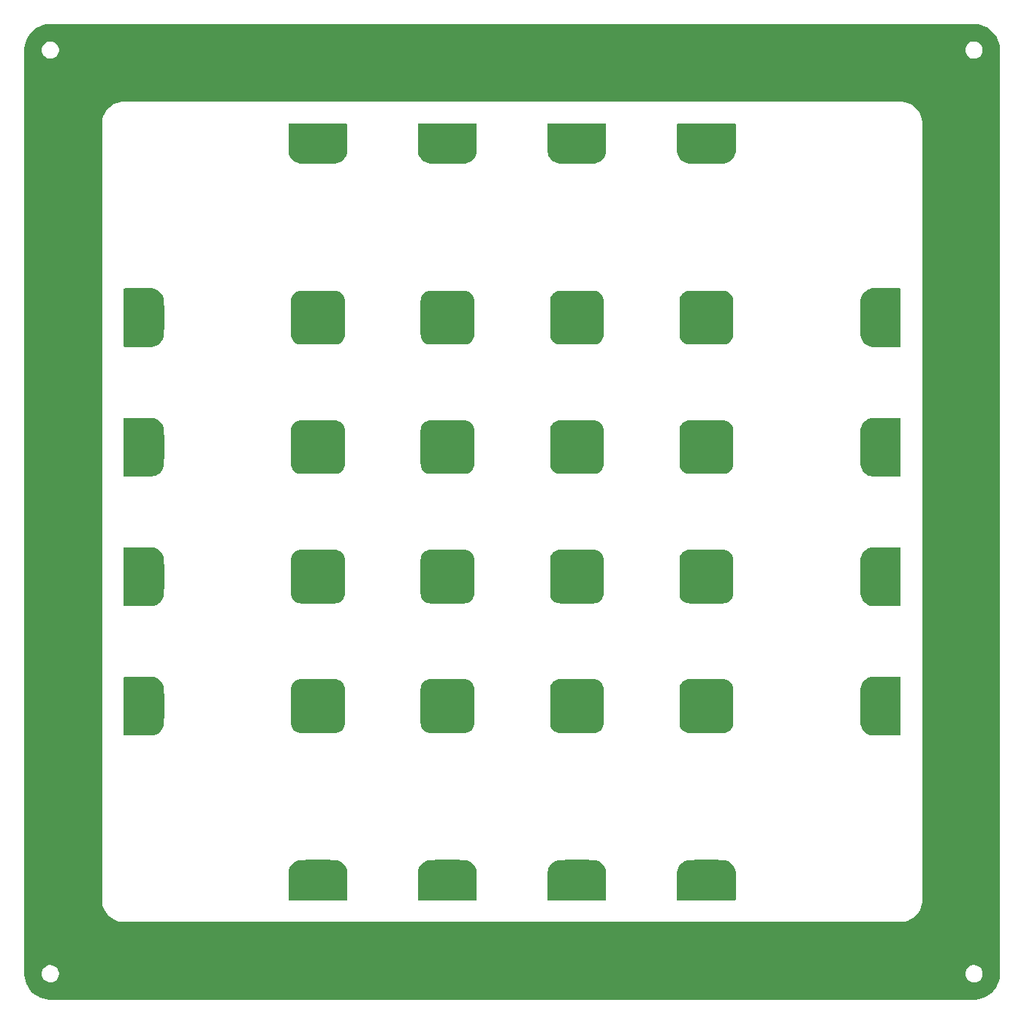
<source format=gbr>
G04 #@! TF.GenerationSoftware,KiCad,Pcbnew,8.0.5-unknown-202409071504~dab3a38815~ubuntu22.04.1*
G04 #@! TF.CreationDate,2024-09-09T10:58:03+01:00*
G04 #@! TF.ProjectId,LIS3DH_array,4c495333-4448-45f6-9172-7261792e6b69,rev?*
G04 #@! TF.SameCoordinates,Original*
G04 #@! TF.FileFunction,Other,ECO1*
%FSLAX46Y46*%
G04 Gerber Fmt 4.6, Leading zero omitted, Abs format (unit mm)*
G04 Created by KiCad (PCBNEW 8.0.5-unknown-202409071504~dab3a38815~ubuntu22.04.1) date 2024-09-09 10:58:03*
%MOMM*%
%LPD*%
G01*
G04 APERTURE LIST*
G04 APERTURE END LIST*
G36*
X132001510Y-76900037D02*
G01*
X132097407Y-76902388D01*
X132118559Y-76904734D01*
X132308104Y-76942436D01*
X132331366Y-76949492D01*
X132508509Y-77022868D01*
X132529946Y-77034327D01*
X132689364Y-77140846D01*
X132708155Y-77156267D01*
X132843732Y-77291844D01*
X132859153Y-77310635D01*
X132965672Y-77470053D01*
X132977131Y-77491490D01*
X133050507Y-77668633D01*
X133057563Y-77691895D01*
X133095265Y-77881440D01*
X133097611Y-77902592D01*
X133099963Y-77998530D01*
X133100000Y-78001569D01*
X133100000Y-81998423D01*
X133099963Y-82001462D01*
X133097611Y-82097407D01*
X133095265Y-82118559D01*
X133057563Y-82308104D01*
X133050507Y-82331366D01*
X132977131Y-82508509D01*
X132965672Y-82529946D01*
X132859153Y-82689364D01*
X132843732Y-82708155D01*
X132708155Y-82843732D01*
X132689364Y-82859153D01*
X132529946Y-82965672D01*
X132508509Y-82977131D01*
X132331366Y-83050507D01*
X132308104Y-83057563D01*
X132118559Y-83095265D01*
X132097407Y-83097611D01*
X132001511Y-83099962D01*
X131998472Y-83099999D01*
X128001528Y-83099999D01*
X127998489Y-83099962D01*
X127902592Y-83097611D01*
X127881440Y-83095265D01*
X127691895Y-83057563D01*
X127668633Y-83050507D01*
X127491490Y-82977131D01*
X127470053Y-82965672D01*
X127310635Y-82859153D01*
X127291844Y-82843732D01*
X127156267Y-82708155D01*
X127140846Y-82689364D01*
X127034327Y-82529946D01*
X127022868Y-82508509D01*
X126949492Y-82331366D01*
X126942436Y-82308104D01*
X126904734Y-82118559D01*
X126902388Y-82097406D01*
X126900037Y-82001469D01*
X126900000Y-81998431D01*
X126900000Y-78001528D01*
X126900037Y-77998490D01*
X126902387Y-77902593D01*
X126904732Y-77881440D01*
X126942434Y-77691894D01*
X126949491Y-77668632D01*
X127022866Y-77491491D01*
X127034325Y-77470053D01*
X127140847Y-77310632D01*
X127156268Y-77291842D01*
X127291842Y-77156268D01*
X127310632Y-77140847D01*
X127470053Y-77034325D01*
X127491491Y-77022866D01*
X127668632Y-76949491D01*
X127691894Y-76942434D01*
X127881440Y-76904732D01*
X127902593Y-76902387D01*
X127998490Y-76900037D01*
X128001528Y-76900000D01*
X131998471Y-76900000D01*
X132001510Y-76900037D01*
G37*
G36*
X117001510Y-121900038D02*
G01*
X117097406Y-121902388D01*
X117118559Y-121904734D01*
X117308104Y-121942436D01*
X117331366Y-121949492D01*
X117508509Y-122022868D01*
X117529946Y-122034327D01*
X117689364Y-122140846D01*
X117708155Y-122156267D01*
X117843732Y-122291844D01*
X117859153Y-122310635D01*
X117965672Y-122470053D01*
X117977131Y-122491490D01*
X118050507Y-122668633D01*
X118057564Y-122691895D01*
X118095266Y-122881441D01*
X118097611Y-122902592D01*
X118099963Y-122998489D01*
X118100000Y-123001529D01*
X118100000Y-126998471D01*
X118099963Y-127001510D01*
X118097612Y-127097407D01*
X118095267Y-127118559D01*
X118057565Y-127308105D01*
X118050508Y-127331367D01*
X117977133Y-127508508D01*
X117965674Y-127529946D01*
X117859152Y-127689367D01*
X117843731Y-127708157D01*
X117708157Y-127843731D01*
X117689367Y-127859152D01*
X117529946Y-127965674D01*
X117508508Y-127977133D01*
X117331367Y-128050508D01*
X117308105Y-128057565D01*
X117118559Y-128095267D01*
X117097407Y-128097612D01*
X117001511Y-128099963D01*
X116998472Y-128100000D01*
X113350001Y-128100000D01*
X113001528Y-128099999D01*
X112998489Y-128099962D01*
X112902592Y-128097611D01*
X112881440Y-128095265D01*
X112691895Y-128057563D01*
X112668633Y-128050507D01*
X112491490Y-127977131D01*
X112470053Y-127965672D01*
X112310635Y-127859153D01*
X112291844Y-127843732D01*
X112156267Y-127708155D01*
X112140846Y-127689364D01*
X112034327Y-127529946D01*
X112022868Y-127508509D01*
X111949492Y-127331366D01*
X111942436Y-127308104D01*
X111904734Y-127118559D01*
X111902388Y-127097406D01*
X111900037Y-127001468D01*
X111900000Y-126998430D01*
X111900000Y-123001547D01*
X111900037Y-122998509D01*
X111902388Y-122902594D01*
X111904733Y-122881441D01*
X111942435Y-122691895D01*
X111949492Y-122668633D01*
X112022868Y-122491490D01*
X112034327Y-122470053D01*
X112140846Y-122310635D01*
X112156267Y-122291844D01*
X112291844Y-122156267D01*
X112310635Y-122140846D01*
X112470053Y-122034327D01*
X112491490Y-122022868D01*
X112668633Y-121949492D01*
X112691895Y-121942436D01*
X112881440Y-121904734D01*
X112902593Y-121902388D01*
X112998490Y-121900038D01*
X113001528Y-121900001D01*
X116998472Y-121900001D01*
X117001510Y-121900038D01*
G37*
G36*
X102001510Y-76900037D02*
G01*
X102097407Y-76902388D01*
X102118559Y-76904734D01*
X102308104Y-76942436D01*
X102331366Y-76949492D01*
X102508509Y-77022868D01*
X102529946Y-77034327D01*
X102689364Y-77140846D01*
X102708155Y-77156267D01*
X102843732Y-77291844D01*
X102859153Y-77310635D01*
X102965672Y-77470053D01*
X102977131Y-77491490D01*
X103050507Y-77668633D01*
X103057563Y-77691895D01*
X103095265Y-77881440D01*
X103097611Y-77902592D01*
X103099963Y-77998530D01*
X103100000Y-78001569D01*
X103100000Y-81998423D01*
X103099963Y-82001462D01*
X103097611Y-82097407D01*
X103095265Y-82118559D01*
X103057563Y-82308104D01*
X103050507Y-82331366D01*
X102977131Y-82508509D01*
X102965672Y-82529946D01*
X102859153Y-82689364D01*
X102843732Y-82708155D01*
X102708155Y-82843732D01*
X102689364Y-82859153D01*
X102529946Y-82965672D01*
X102508509Y-82977131D01*
X102331366Y-83050507D01*
X102308104Y-83057563D01*
X102118559Y-83095265D01*
X102097407Y-83097611D01*
X102001511Y-83099962D01*
X101998472Y-83099999D01*
X98001528Y-83099999D01*
X97998489Y-83099962D01*
X97902592Y-83097611D01*
X97881440Y-83095265D01*
X97691895Y-83057563D01*
X97668633Y-83050507D01*
X97491490Y-82977131D01*
X97470053Y-82965672D01*
X97310635Y-82859153D01*
X97291844Y-82843732D01*
X97156267Y-82708155D01*
X97140846Y-82689364D01*
X97034327Y-82529946D01*
X97022868Y-82508509D01*
X96949492Y-82331366D01*
X96942436Y-82308104D01*
X96904734Y-82118559D01*
X96902388Y-82097406D01*
X96900037Y-82001469D01*
X96900000Y-81998431D01*
X96900000Y-78001528D01*
X96900037Y-77998490D01*
X96902387Y-77902593D01*
X96904732Y-77881440D01*
X96942434Y-77691894D01*
X96949491Y-77668632D01*
X97022866Y-77491491D01*
X97034325Y-77470053D01*
X97140847Y-77310632D01*
X97156268Y-77291842D01*
X97291842Y-77156268D01*
X97310632Y-77140847D01*
X97470053Y-77034325D01*
X97491491Y-77022866D01*
X97668632Y-76949491D01*
X97691894Y-76942434D01*
X97881440Y-76904732D01*
X97902593Y-76902387D01*
X97998490Y-76900037D01*
X98001528Y-76900000D01*
X101998471Y-76900000D01*
X102001510Y-76900037D01*
G37*
G36*
X132001510Y-91900037D02*
G01*
X132097407Y-91902388D01*
X132118559Y-91904734D01*
X132308104Y-91942436D01*
X132331366Y-91949492D01*
X132508509Y-92022868D01*
X132529946Y-92034327D01*
X132689364Y-92140846D01*
X132708155Y-92156267D01*
X132843732Y-92291844D01*
X132859153Y-92310635D01*
X132965672Y-92470053D01*
X132977131Y-92491490D01*
X133050507Y-92668633D01*
X133057563Y-92691895D01*
X133095265Y-92881440D01*
X133097611Y-92902592D01*
X133099963Y-92998530D01*
X133100000Y-93001569D01*
X133100000Y-96998423D01*
X133099963Y-97001462D01*
X133097611Y-97097407D01*
X133095265Y-97118559D01*
X133057563Y-97308104D01*
X133050507Y-97331366D01*
X132977131Y-97508509D01*
X132965672Y-97529946D01*
X132859153Y-97689364D01*
X132843732Y-97708155D01*
X132708155Y-97843732D01*
X132689364Y-97859153D01*
X132529946Y-97965672D01*
X132508509Y-97977131D01*
X132331366Y-98050507D01*
X132308104Y-98057563D01*
X132118559Y-98095265D01*
X132097407Y-98097611D01*
X132001511Y-98099962D01*
X131998472Y-98099999D01*
X128001528Y-98099999D01*
X127998489Y-98099962D01*
X127902592Y-98097611D01*
X127881440Y-98095265D01*
X127691895Y-98057563D01*
X127668633Y-98050507D01*
X127491490Y-97977131D01*
X127470053Y-97965672D01*
X127310635Y-97859153D01*
X127291844Y-97843732D01*
X127156267Y-97708155D01*
X127140846Y-97689364D01*
X127034327Y-97529946D01*
X127022868Y-97508509D01*
X126949492Y-97331366D01*
X126942436Y-97308104D01*
X126904734Y-97118559D01*
X126902388Y-97097406D01*
X126900037Y-97001469D01*
X126900000Y-96998431D01*
X126900000Y-93001528D01*
X126900037Y-92998490D01*
X126902387Y-92902593D01*
X126904732Y-92881440D01*
X126942434Y-92691894D01*
X126949491Y-92668632D01*
X127022866Y-92491491D01*
X127034325Y-92470053D01*
X127140847Y-92310632D01*
X127156268Y-92291842D01*
X127291842Y-92156268D01*
X127310632Y-92140847D01*
X127470053Y-92034325D01*
X127491491Y-92022866D01*
X127668632Y-91949491D01*
X127691894Y-91942434D01*
X127881440Y-91904732D01*
X127902593Y-91902387D01*
X127998490Y-91900037D01*
X128001528Y-91900000D01*
X131998471Y-91900000D01*
X132001510Y-91900037D01*
G37*
G36*
X102001462Y-106900037D02*
G01*
X102097406Y-106902388D01*
X102118559Y-106904734D01*
X102308104Y-106942436D01*
X102331366Y-106949492D01*
X102508509Y-107022868D01*
X102529946Y-107034327D01*
X102689364Y-107140846D01*
X102708155Y-107156267D01*
X102843732Y-107291844D01*
X102859153Y-107310635D01*
X102965672Y-107470053D01*
X102977131Y-107491490D01*
X103050507Y-107668633D01*
X103057563Y-107691895D01*
X103095265Y-107881440D01*
X103097611Y-107902592D01*
X103099962Y-107998489D01*
X103099999Y-108001528D01*
X103099999Y-111998471D01*
X103099962Y-112001510D01*
X103097611Y-112097407D01*
X103095265Y-112118559D01*
X103057563Y-112308104D01*
X103050507Y-112331366D01*
X102977131Y-112508509D01*
X102965672Y-112529946D01*
X102859153Y-112689364D01*
X102843732Y-112708155D01*
X102708155Y-112843732D01*
X102689364Y-112859153D01*
X102529946Y-112965672D01*
X102508509Y-112977131D01*
X102331366Y-113050507D01*
X102308104Y-113057564D01*
X102118558Y-113095266D01*
X102097407Y-113097611D01*
X102001510Y-113099963D01*
X101998470Y-113100000D01*
X98001528Y-113100000D01*
X97998489Y-113099963D01*
X97902592Y-113097612D01*
X97881440Y-113095267D01*
X97691894Y-113057565D01*
X97668632Y-113050508D01*
X97491491Y-112977133D01*
X97470053Y-112965674D01*
X97310632Y-112859152D01*
X97291842Y-112843731D01*
X97156268Y-112708157D01*
X97140847Y-112689367D01*
X97034325Y-112529946D01*
X97022866Y-112508508D01*
X96949491Y-112331367D01*
X96942434Y-112308105D01*
X96904732Y-112118559D01*
X96902387Y-112097406D01*
X96900037Y-112001509D01*
X96900000Y-111998471D01*
X96900000Y-108001528D01*
X96900037Y-107998489D01*
X96902388Y-107902592D01*
X96904734Y-107881440D01*
X96942436Y-107691895D01*
X96949492Y-107668633D01*
X97022868Y-107491490D01*
X97034327Y-107470053D01*
X97140846Y-107310635D01*
X97156267Y-107291844D01*
X97291844Y-107156267D01*
X97310635Y-107140846D01*
X97470053Y-107034327D01*
X97491490Y-107022868D01*
X97668633Y-106949492D01*
X97691895Y-106942436D01*
X97881440Y-106904734D01*
X97902593Y-106902388D01*
X97998531Y-106900037D01*
X98001569Y-106900000D01*
X101998424Y-106900000D01*
X102001462Y-106900037D01*
G37*
G36*
X147001510Y-121900038D02*
G01*
X147097406Y-121902388D01*
X147118559Y-121904734D01*
X147308104Y-121942436D01*
X147331366Y-121949492D01*
X147508509Y-122022868D01*
X147529946Y-122034327D01*
X147689364Y-122140846D01*
X147708155Y-122156267D01*
X147843732Y-122291844D01*
X147859153Y-122310635D01*
X147965672Y-122470053D01*
X147977131Y-122491490D01*
X148050507Y-122668633D01*
X148057564Y-122691895D01*
X148095266Y-122881441D01*
X148097611Y-122902592D01*
X148099963Y-122998489D01*
X148100000Y-123001529D01*
X148100000Y-126998471D01*
X148099963Y-127001510D01*
X148097612Y-127097407D01*
X148095267Y-127118559D01*
X148057565Y-127308105D01*
X148050508Y-127331367D01*
X147977133Y-127508508D01*
X147965674Y-127529946D01*
X147859152Y-127689367D01*
X147843731Y-127708157D01*
X147708157Y-127843731D01*
X147689367Y-127859152D01*
X147529946Y-127965674D01*
X147508508Y-127977133D01*
X147331367Y-128050508D01*
X147308105Y-128057565D01*
X147118559Y-128095267D01*
X147097407Y-128097612D01*
X147001511Y-128099963D01*
X146998472Y-128100000D01*
X143350001Y-128100000D01*
X143001528Y-128099999D01*
X142998489Y-128099962D01*
X142902592Y-128097611D01*
X142881440Y-128095265D01*
X142691895Y-128057563D01*
X142668633Y-128050507D01*
X142491490Y-127977131D01*
X142470053Y-127965672D01*
X142310635Y-127859153D01*
X142291844Y-127843732D01*
X142156267Y-127708155D01*
X142140846Y-127689364D01*
X142034327Y-127529946D01*
X142022868Y-127508509D01*
X141949492Y-127331366D01*
X141942436Y-127308104D01*
X141904734Y-127118559D01*
X141902388Y-127097406D01*
X141900037Y-127001468D01*
X141900000Y-126998430D01*
X141900000Y-123001547D01*
X141900037Y-122998509D01*
X141902388Y-122902594D01*
X141904733Y-122881441D01*
X141942435Y-122691895D01*
X141949492Y-122668633D01*
X142022868Y-122491490D01*
X142034327Y-122470053D01*
X142140846Y-122310635D01*
X142156267Y-122291844D01*
X142291844Y-122156267D01*
X142310635Y-122140846D01*
X142470053Y-122034327D01*
X142491490Y-122022868D01*
X142668633Y-121949492D01*
X142691895Y-121942436D01*
X142881440Y-121904734D01*
X142902593Y-121902388D01*
X142998490Y-121900038D01*
X143001528Y-121900001D01*
X146998472Y-121900001D01*
X147001510Y-121900038D01*
G37*
G36*
X117001462Y-91900037D02*
G01*
X117097406Y-91902388D01*
X117118559Y-91904734D01*
X117308104Y-91942436D01*
X117331366Y-91949492D01*
X117508509Y-92022868D01*
X117529946Y-92034327D01*
X117689364Y-92140846D01*
X117708155Y-92156267D01*
X117843732Y-92291844D01*
X117859153Y-92310635D01*
X117965672Y-92470053D01*
X117977131Y-92491490D01*
X118050507Y-92668633D01*
X118057563Y-92691895D01*
X118095265Y-92881440D01*
X118097611Y-92902592D01*
X118099962Y-92998489D01*
X118099999Y-93001528D01*
X118099999Y-96998471D01*
X118099962Y-97001510D01*
X118097611Y-97097407D01*
X118095265Y-97118559D01*
X118057563Y-97308104D01*
X118050507Y-97331366D01*
X117977131Y-97508509D01*
X117965672Y-97529946D01*
X117859153Y-97689364D01*
X117843732Y-97708155D01*
X117708155Y-97843732D01*
X117689364Y-97859153D01*
X117529946Y-97965672D01*
X117508509Y-97977131D01*
X117331366Y-98050507D01*
X117308104Y-98057564D01*
X117118558Y-98095266D01*
X117097407Y-98097611D01*
X117001510Y-98099963D01*
X116998470Y-98100000D01*
X113001528Y-98100000D01*
X112998489Y-98099963D01*
X112902592Y-98097612D01*
X112881440Y-98095267D01*
X112691894Y-98057565D01*
X112668632Y-98050508D01*
X112491491Y-97977133D01*
X112470053Y-97965674D01*
X112310632Y-97859152D01*
X112291842Y-97843731D01*
X112156268Y-97708157D01*
X112140847Y-97689367D01*
X112034325Y-97529946D01*
X112022866Y-97508508D01*
X111949491Y-97331367D01*
X111942434Y-97308105D01*
X111904732Y-97118559D01*
X111902387Y-97097406D01*
X111900037Y-97001509D01*
X111900000Y-96998471D01*
X111900000Y-93001528D01*
X111900037Y-92998489D01*
X111902388Y-92902592D01*
X111904734Y-92881440D01*
X111942436Y-92691895D01*
X111949492Y-92668633D01*
X112022868Y-92491490D01*
X112034327Y-92470053D01*
X112140846Y-92310635D01*
X112156267Y-92291844D01*
X112291844Y-92156267D01*
X112310635Y-92140846D01*
X112470053Y-92034327D01*
X112491490Y-92022868D01*
X112668633Y-91949492D01*
X112691895Y-91942436D01*
X112881440Y-91904734D01*
X112902593Y-91902388D01*
X112998531Y-91900037D01*
X113001569Y-91900000D01*
X116998424Y-91900000D01*
X117001462Y-91900037D01*
G37*
G36*
X117001510Y-106900038D02*
G01*
X117097406Y-106902388D01*
X117118559Y-106904734D01*
X117308104Y-106942436D01*
X117331366Y-106949492D01*
X117508509Y-107022868D01*
X117529946Y-107034327D01*
X117689364Y-107140846D01*
X117708155Y-107156267D01*
X117843732Y-107291844D01*
X117859153Y-107310635D01*
X117965672Y-107470053D01*
X117977131Y-107491490D01*
X118050507Y-107668633D01*
X118057564Y-107691895D01*
X118095266Y-107881441D01*
X118097611Y-107902592D01*
X118099963Y-107998489D01*
X118100000Y-108001529D01*
X118100000Y-111998471D01*
X118099963Y-112001510D01*
X118097612Y-112097407D01*
X118095267Y-112118559D01*
X118057565Y-112308105D01*
X118050508Y-112331367D01*
X117977133Y-112508508D01*
X117965674Y-112529946D01*
X117859152Y-112689367D01*
X117843731Y-112708157D01*
X117708157Y-112843731D01*
X117689367Y-112859152D01*
X117529946Y-112965674D01*
X117508508Y-112977133D01*
X117331367Y-113050508D01*
X117308105Y-113057565D01*
X117118559Y-113095267D01*
X117097407Y-113097612D01*
X117001511Y-113099963D01*
X116998472Y-113100000D01*
X113350001Y-113100000D01*
X113001528Y-113099999D01*
X112998489Y-113099962D01*
X112902592Y-113097611D01*
X112881440Y-113095265D01*
X112691895Y-113057563D01*
X112668633Y-113050507D01*
X112491490Y-112977131D01*
X112470053Y-112965672D01*
X112310635Y-112859153D01*
X112291844Y-112843732D01*
X112156267Y-112708155D01*
X112140846Y-112689364D01*
X112034327Y-112529946D01*
X112022868Y-112508509D01*
X111949492Y-112331366D01*
X111942436Y-112308104D01*
X111904734Y-112118559D01*
X111902388Y-112097406D01*
X111900037Y-112001468D01*
X111900000Y-111998430D01*
X111900000Y-108001547D01*
X111900037Y-107998509D01*
X111902388Y-107902594D01*
X111904733Y-107881441D01*
X111942435Y-107691895D01*
X111949492Y-107668633D01*
X112022868Y-107491490D01*
X112034327Y-107470053D01*
X112140846Y-107310635D01*
X112156267Y-107291844D01*
X112291844Y-107156267D01*
X112310635Y-107140846D01*
X112470053Y-107034327D01*
X112491490Y-107022868D01*
X112668633Y-106949492D01*
X112691895Y-106942436D01*
X112881440Y-106904734D01*
X112902593Y-106902388D01*
X112998490Y-106900038D01*
X113001528Y-106900001D01*
X116998472Y-106900001D01*
X117001510Y-106900038D01*
G37*
G36*
X147001510Y-106900037D02*
G01*
X147097406Y-106902387D01*
X147118559Y-106904732D01*
X147308105Y-106942434D01*
X147331367Y-106949491D01*
X147508508Y-107022866D01*
X147529946Y-107034325D01*
X147689367Y-107140847D01*
X147708157Y-107156268D01*
X147843731Y-107291842D01*
X147859152Y-107310632D01*
X147965674Y-107470053D01*
X147977133Y-107491491D01*
X148050508Y-107668632D01*
X148057565Y-107691894D01*
X148095267Y-107881440D01*
X148097612Y-107902592D01*
X148099963Y-107998489D01*
X148100000Y-108001528D01*
X148100000Y-111649999D01*
X148099999Y-111998471D01*
X148099962Y-112001510D01*
X148097611Y-112097407D01*
X148095265Y-112118559D01*
X148057563Y-112308104D01*
X148050507Y-112331366D01*
X147977131Y-112508509D01*
X147965672Y-112529946D01*
X147859153Y-112689364D01*
X147843732Y-112708155D01*
X147708155Y-112843732D01*
X147689364Y-112859153D01*
X147529946Y-112965672D01*
X147508509Y-112977131D01*
X147331366Y-113050507D01*
X147308104Y-113057563D01*
X147118559Y-113095265D01*
X147097407Y-113097611D01*
X147001470Y-113099963D01*
X146998431Y-113100000D01*
X143001576Y-113100000D01*
X142998537Y-113099963D01*
X142902592Y-113097611D01*
X142881440Y-113095265D01*
X142691895Y-113057563D01*
X142668633Y-113050507D01*
X142491490Y-112977131D01*
X142470053Y-112965672D01*
X142310635Y-112859153D01*
X142291844Y-112843732D01*
X142156267Y-112708155D01*
X142140846Y-112689364D01*
X142034327Y-112529946D01*
X142022868Y-112508509D01*
X141949492Y-112331366D01*
X141942436Y-112308104D01*
X141904734Y-112118559D01*
X141902388Y-112097406D01*
X141900038Y-112001509D01*
X141900001Y-111998471D01*
X141900001Y-108001528D01*
X141900038Y-107998490D01*
X141902388Y-107902593D01*
X141904734Y-107881440D01*
X141942436Y-107691895D01*
X141949492Y-107668633D01*
X142022868Y-107491490D01*
X142034327Y-107470053D01*
X142140846Y-107310635D01*
X142156267Y-107291844D01*
X142291844Y-107156267D01*
X142310635Y-107140846D01*
X142470053Y-107034327D01*
X142491490Y-107022868D01*
X142668633Y-106949492D01*
X142691895Y-106942435D01*
X142881441Y-106904733D01*
X142902593Y-106902388D01*
X142998491Y-106900037D01*
X143001530Y-106900000D01*
X146998472Y-106900000D01*
X147001510Y-106900037D01*
G37*
G36*
X117001510Y-76900037D02*
G01*
X117097407Y-76902388D01*
X117118559Y-76904734D01*
X117308104Y-76942436D01*
X117331366Y-76949492D01*
X117508509Y-77022868D01*
X117529946Y-77034327D01*
X117689364Y-77140846D01*
X117708155Y-77156267D01*
X117843732Y-77291844D01*
X117859153Y-77310635D01*
X117965672Y-77470053D01*
X117977131Y-77491490D01*
X118050507Y-77668633D01*
X118057563Y-77691895D01*
X118095265Y-77881440D01*
X118097611Y-77902592D01*
X118099963Y-77998530D01*
X118100000Y-78001569D01*
X118100000Y-81998423D01*
X118099963Y-82001462D01*
X118097611Y-82097407D01*
X118095265Y-82118559D01*
X118057563Y-82308104D01*
X118050507Y-82331366D01*
X117977131Y-82508509D01*
X117965672Y-82529946D01*
X117859153Y-82689364D01*
X117843732Y-82708155D01*
X117708155Y-82843732D01*
X117689364Y-82859153D01*
X117529946Y-82965672D01*
X117508509Y-82977131D01*
X117331366Y-83050507D01*
X117308104Y-83057563D01*
X117118559Y-83095265D01*
X117097407Y-83097611D01*
X117001511Y-83099962D01*
X116998472Y-83099999D01*
X113001528Y-83099999D01*
X112998489Y-83099962D01*
X112902592Y-83097611D01*
X112881440Y-83095265D01*
X112691895Y-83057563D01*
X112668633Y-83050507D01*
X112491490Y-82977131D01*
X112470053Y-82965672D01*
X112310635Y-82859153D01*
X112291844Y-82843732D01*
X112156267Y-82708155D01*
X112140846Y-82689364D01*
X112034327Y-82529946D01*
X112022868Y-82508509D01*
X111949492Y-82331366D01*
X111942436Y-82308104D01*
X111904734Y-82118559D01*
X111902388Y-82097406D01*
X111900037Y-82001469D01*
X111900000Y-81998431D01*
X111900000Y-78001528D01*
X111900037Y-77998490D01*
X111902387Y-77902593D01*
X111904732Y-77881440D01*
X111942434Y-77691894D01*
X111949491Y-77668632D01*
X112022866Y-77491491D01*
X112034325Y-77470053D01*
X112140847Y-77310632D01*
X112156268Y-77291842D01*
X112291842Y-77156268D01*
X112310632Y-77140847D01*
X112470053Y-77034325D01*
X112491491Y-77022866D01*
X112668632Y-76949491D01*
X112691894Y-76942434D01*
X112881440Y-76904732D01*
X112902593Y-76902387D01*
X112998490Y-76900037D01*
X113001528Y-76900000D01*
X116998471Y-76900000D01*
X117001510Y-76900037D01*
G37*
G36*
X102001462Y-121900037D02*
G01*
X102097406Y-121902388D01*
X102118559Y-121904734D01*
X102308104Y-121942436D01*
X102331366Y-121949492D01*
X102508509Y-122022868D01*
X102529946Y-122034327D01*
X102689364Y-122140846D01*
X102708155Y-122156267D01*
X102843732Y-122291844D01*
X102859153Y-122310635D01*
X102965672Y-122470053D01*
X102977131Y-122491490D01*
X103050507Y-122668633D01*
X103057563Y-122691895D01*
X103095265Y-122881440D01*
X103097611Y-122902592D01*
X103099962Y-122998489D01*
X103099999Y-123001528D01*
X103099999Y-126998471D01*
X103099962Y-127001510D01*
X103097611Y-127097407D01*
X103095265Y-127118559D01*
X103057563Y-127308104D01*
X103050507Y-127331366D01*
X102977131Y-127508509D01*
X102965672Y-127529946D01*
X102859153Y-127689364D01*
X102843732Y-127708155D01*
X102708155Y-127843732D01*
X102689364Y-127859153D01*
X102529946Y-127965672D01*
X102508509Y-127977131D01*
X102331366Y-128050507D01*
X102308104Y-128057564D01*
X102118558Y-128095266D01*
X102097407Y-128097611D01*
X102001510Y-128099963D01*
X101998470Y-128100000D01*
X98001528Y-128100000D01*
X97998489Y-128099963D01*
X97902592Y-128097612D01*
X97881440Y-128095267D01*
X97691894Y-128057565D01*
X97668632Y-128050508D01*
X97491491Y-127977133D01*
X97470053Y-127965674D01*
X97310632Y-127859152D01*
X97291842Y-127843731D01*
X97156268Y-127708157D01*
X97140847Y-127689367D01*
X97034325Y-127529946D01*
X97022866Y-127508508D01*
X96949491Y-127331367D01*
X96942434Y-127308105D01*
X96904732Y-127118559D01*
X96902387Y-127097406D01*
X96900037Y-127001509D01*
X96900000Y-126998471D01*
X96900000Y-123001528D01*
X96900037Y-122998489D01*
X96902388Y-122902592D01*
X96904734Y-122881440D01*
X96942436Y-122691895D01*
X96949492Y-122668633D01*
X97022868Y-122491490D01*
X97034327Y-122470053D01*
X97140846Y-122310635D01*
X97156267Y-122291844D01*
X97291844Y-122156267D01*
X97310635Y-122140846D01*
X97470053Y-122034327D01*
X97491490Y-122022868D01*
X97668633Y-121949492D01*
X97691895Y-121942436D01*
X97881440Y-121904734D01*
X97902593Y-121902388D01*
X97998531Y-121900037D01*
X98001569Y-121900000D01*
X101998424Y-121900000D01*
X102001462Y-121900037D01*
G37*
G36*
X132001510Y-121900038D02*
G01*
X132097406Y-121902388D01*
X132118559Y-121904734D01*
X132308104Y-121942436D01*
X132331366Y-121949492D01*
X132508509Y-122022868D01*
X132529946Y-122034327D01*
X132689364Y-122140846D01*
X132708155Y-122156267D01*
X132843732Y-122291844D01*
X132859153Y-122310635D01*
X132965672Y-122470053D01*
X132977131Y-122491490D01*
X133050507Y-122668633D01*
X133057564Y-122691895D01*
X133095266Y-122881441D01*
X133097611Y-122902592D01*
X133099963Y-122998489D01*
X133100000Y-123001529D01*
X133100000Y-126998471D01*
X133099963Y-127001510D01*
X133097612Y-127097407D01*
X133095267Y-127118559D01*
X133057565Y-127308105D01*
X133050508Y-127331367D01*
X132977133Y-127508508D01*
X132965674Y-127529946D01*
X132859152Y-127689367D01*
X132843731Y-127708157D01*
X132708157Y-127843731D01*
X132689367Y-127859152D01*
X132529946Y-127965674D01*
X132508508Y-127977133D01*
X132331367Y-128050508D01*
X132308105Y-128057565D01*
X132118559Y-128095267D01*
X132097407Y-128097612D01*
X132001511Y-128099963D01*
X131998472Y-128100000D01*
X128350001Y-128100000D01*
X128001528Y-128099999D01*
X127998489Y-128099962D01*
X127902592Y-128097611D01*
X127881440Y-128095265D01*
X127691895Y-128057563D01*
X127668633Y-128050507D01*
X127491490Y-127977131D01*
X127470053Y-127965672D01*
X127310635Y-127859153D01*
X127291844Y-127843732D01*
X127156267Y-127708155D01*
X127140846Y-127689364D01*
X127034327Y-127529946D01*
X127022868Y-127508509D01*
X126949492Y-127331366D01*
X126942436Y-127308104D01*
X126904734Y-127118559D01*
X126902388Y-127097406D01*
X126900037Y-127001468D01*
X126900000Y-126998430D01*
X126900000Y-123001547D01*
X126900037Y-122998509D01*
X126902388Y-122902594D01*
X126904733Y-122881441D01*
X126942435Y-122691895D01*
X126949492Y-122668633D01*
X127022868Y-122491490D01*
X127034327Y-122470053D01*
X127140846Y-122310635D01*
X127156267Y-122291844D01*
X127291844Y-122156267D01*
X127310635Y-122140846D01*
X127470053Y-122034327D01*
X127491490Y-122022868D01*
X127668633Y-121949492D01*
X127691895Y-121942436D01*
X127881440Y-121904734D01*
X127902593Y-121902388D01*
X127998490Y-121900038D01*
X128001528Y-121900001D01*
X131998472Y-121900001D01*
X132001510Y-121900038D01*
G37*
G36*
X102001462Y-91900037D02*
G01*
X102097406Y-91902388D01*
X102118559Y-91904734D01*
X102308104Y-91942436D01*
X102331366Y-91949492D01*
X102508509Y-92022868D01*
X102529946Y-92034327D01*
X102689364Y-92140846D01*
X102708155Y-92156267D01*
X102843732Y-92291844D01*
X102859153Y-92310635D01*
X102965672Y-92470053D01*
X102977131Y-92491490D01*
X103050507Y-92668633D01*
X103057563Y-92691895D01*
X103095265Y-92881440D01*
X103097611Y-92902592D01*
X103099962Y-92998489D01*
X103099999Y-93001528D01*
X103099999Y-96998471D01*
X103099962Y-97001510D01*
X103097611Y-97097407D01*
X103095265Y-97118559D01*
X103057563Y-97308104D01*
X103050507Y-97331366D01*
X102977131Y-97508509D01*
X102965672Y-97529946D01*
X102859153Y-97689364D01*
X102843732Y-97708155D01*
X102708155Y-97843732D01*
X102689364Y-97859153D01*
X102529946Y-97965672D01*
X102508509Y-97977131D01*
X102331366Y-98050507D01*
X102308104Y-98057564D01*
X102118558Y-98095266D01*
X102097407Y-98097611D01*
X102001510Y-98099963D01*
X101998470Y-98100000D01*
X98001528Y-98100000D01*
X97998489Y-98099963D01*
X97902592Y-98097612D01*
X97881440Y-98095267D01*
X97691894Y-98057565D01*
X97668632Y-98050508D01*
X97491491Y-97977133D01*
X97470053Y-97965674D01*
X97310632Y-97859152D01*
X97291842Y-97843731D01*
X97156268Y-97708157D01*
X97140847Y-97689367D01*
X97034325Y-97529946D01*
X97022866Y-97508508D01*
X96949491Y-97331367D01*
X96942434Y-97308105D01*
X96904732Y-97118559D01*
X96902387Y-97097406D01*
X96900037Y-97001509D01*
X96900000Y-96998471D01*
X96900000Y-93001528D01*
X96900037Y-92998489D01*
X96902388Y-92902592D01*
X96904734Y-92881440D01*
X96942436Y-92691895D01*
X96949492Y-92668633D01*
X97022868Y-92491490D01*
X97034327Y-92470053D01*
X97140846Y-92310635D01*
X97156267Y-92291844D01*
X97291844Y-92156267D01*
X97310635Y-92140846D01*
X97470053Y-92034327D01*
X97491490Y-92022868D01*
X97668633Y-91949492D01*
X97691895Y-91942436D01*
X97881440Y-91904734D01*
X97902593Y-91902388D01*
X97998531Y-91900037D01*
X98001569Y-91900000D01*
X101998424Y-91900000D01*
X102001462Y-91900037D01*
G37*
G36*
X147001510Y-76900037D02*
G01*
X147097406Y-76902387D01*
X147118559Y-76904732D01*
X147308105Y-76942434D01*
X147331367Y-76949491D01*
X147508508Y-77022866D01*
X147529946Y-77034325D01*
X147689367Y-77140847D01*
X147708157Y-77156268D01*
X147843731Y-77291842D01*
X147859152Y-77310632D01*
X147965674Y-77470053D01*
X147977133Y-77491491D01*
X148050508Y-77668632D01*
X148057565Y-77691894D01*
X148095267Y-77881440D01*
X148097612Y-77902592D01*
X148099963Y-77998489D01*
X148100000Y-78001528D01*
X148100000Y-81649999D01*
X148099999Y-81998471D01*
X148099962Y-82001510D01*
X148097611Y-82097407D01*
X148095265Y-82118559D01*
X148057563Y-82308104D01*
X148050507Y-82331366D01*
X147977131Y-82508509D01*
X147965672Y-82529946D01*
X147859153Y-82689364D01*
X147843732Y-82708155D01*
X147708155Y-82843732D01*
X147689364Y-82859153D01*
X147529946Y-82965672D01*
X147508509Y-82977131D01*
X147331366Y-83050507D01*
X147308104Y-83057563D01*
X147118559Y-83095265D01*
X147097407Y-83097611D01*
X147001470Y-83099963D01*
X146998431Y-83100000D01*
X143001576Y-83100000D01*
X142998537Y-83099963D01*
X142902592Y-83097611D01*
X142881440Y-83095265D01*
X142691895Y-83057563D01*
X142668633Y-83050507D01*
X142491490Y-82977131D01*
X142470053Y-82965672D01*
X142310635Y-82859153D01*
X142291844Y-82843732D01*
X142156267Y-82708155D01*
X142140846Y-82689364D01*
X142034327Y-82529946D01*
X142022868Y-82508509D01*
X141949492Y-82331366D01*
X141942436Y-82308104D01*
X141904734Y-82118559D01*
X141902388Y-82097406D01*
X141900038Y-82001509D01*
X141900001Y-81998471D01*
X141900001Y-78001528D01*
X141900038Y-77998490D01*
X141902388Y-77902593D01*
X141904734Y-77881440D01*
X141942436Y-77691895D01*
X141949492Y-77668633D01*
X142022868Y-77491490D01*
X142034327Y-77470053D01*
X142140846Y-77310635D01*
X142156267Y-77291844D01*
X142291844Y-77156267D01*
X142310635Y-77140846D01*
X142470053Y-77034327D01*
X142491490Y-77022868D01*
X142668633Y-76949492D01*
X142691895Y-76942435D01*
X142881441Y-76904733D01*
X142902593Y-76902388D01*
X142998491Y-76900037D01*
X143001530Y-76900000D01*
X146998472Y-76900000D01*
X147001510Y-76900037D01*
G37*
G36*
X147001510Y-91900037D02*
G01*
X147097406Y-91902387D01*
X147118559Y-91904732D01*
X147308105Y-91942434D01*
X147331367Y-91949491D01*
X147508508Y-92022866D01*
X147529946Y-92034325D01*
X147689367Y-92140847D01*
X147708157Y-92156268D01*
X147843731Y-92291842D01*
X147859152Y-92310632D01*
X147965674Y-92470053D01*
X147977133Y-92491491D01*
X148050508Y-92668632D01*
X148057565Y-92691894D01*
X148095267Y-92881440D01*
X148097612Y-92902592D01*
X148099963Y-92998489D01*
X148100000Y-93001528D01*
X148100000Y-96649999D01*
X148099999Y-96998471D01*
X148099962Y-97001510D01*
X148097611Y-97097407D01*
X148095265Y-97118559D01*
X148057563Y-97308104D01*
X148050507Y-97331366D01*
X147977131Y-97508509D01*
X147965672Y-97529946D01*
X147859153Y-97689364D01*
X147843732Y-97708155D01*
X147708155Y-97843732D01*
X147689364Y-97859153D01*
X147529946Y-97965672D01*
X147508509Y-97977131D01*
X147331366Y-98050507D01*
X147308104Y-98057563D01*
X147118559Y-98095265D01*
X147097407Y-98097611D01*
X147001470Y-98099963D01*
X146998431Y-98100000D01*
X143001576Y-98100000D01*
X142998537Y-98099963D01*
X142902592Y-98097611D01*
X142881440Y-98095265D01*
X142691895Y-98057563D01*
X142668633Y-98050507D01*
X142491490Y-97977131D01*
X142470053Y-97965672D01*
X142310635Y-97859153D01*
X142291844Y-97843732D01*
X142156267Y-97708155D01*
X142140846Y-97689364D01*
X142034327Y-97529946D01*
X142022868Y-97508509D01*
X141949492Y-97331366D01*
X141942436Y-97308104D01*
X141904734Y-97118559D01*
X141902388Y-97097406D01*
X141900038Y-97001509D01*
X141900001Y-96998471D01*
X141900001Y-93001528D01*
X141900038Y-92998490D01*
X141902388Y-92902593D01*
X141904734Y-92881440D01*
X141942436Y-92691895D01*
X141949492Y-92668633D01*
X142022868Y-92491490D01*
X142034327Y-92470053D01*
X142140846Y-92310635D01*
X142156267Y-92291844D01*
X142291844Y-92156267D01*
X142310635Y-92140846D01*
X142470053Y-92034327D01*
X142491490Y-92022868D01*
X142668633Y-91949492D01*
X142691895Y-91942435D01*
X142881441Y-91904733D01*
X142902593Y-91902388D01*
X142998491Y-91900037D01*
X143001530Y-91900000D01*
X146998472Y-91900000D01*
X147001510Y-91900037D01*
G37*
G36*
X132001510Y-106900037D02*
G01*
X132097406Y-106902387D01*
X132118559Y-106904732D01*
X132308105Y-106942434D01*
X132331367Y-106949491D01*
X132508508Y-107022866D01*
X132529946Y-107034325D01*
X132689367Y-107140847D01*
X132708157Y-107156268D01*
X132843731Y-107291842D01*
X132859152Y-107310632D01*
X132965674Y-107470053D01*
X132977133Y-107491491D01*
X133050508Y-107668632D01*
X133057565Y-107691894D01*
X133095267Y-107881440D01*
X133097612Y-107902592D01*
X133099963Y-107998489D01*
X133100000Y-108001528D01*
X133100000Y-111649999D01*
X133099999Y-111998471D01*
X133099962Y-112001510D01*
X133097611Y-112097407D01*
X133095265Y-112118559D01*
X133057563Y-112308104D01*
X133050507Y-112331366D01*
X132977131Y-112508509D01*
X132965672Y-112529946D01*
X132859153Y-112689364D01*
X132843732Y-112708155D01*
X132708155Y-112843732D01*
X132689364Y-112859153D01*
X132529946Y-112965672D01*
X132508509Y-112977131D01*
X132331366Y-113050507D01*
X132308104Y-113057563D01*
X132118559Y-113095265D01*
X132097407Y-113097611D01*
X132001470Y-113099963D01*
X131998431Y-113100000D01*
X128001576Y-113100000D01*
X127998537Y-113099963D01*
X127902592Y-113097611D01*
X127881440Y-113095265D01*
X127691895Y-113057563D01*
X127668633Y-113050507D01*
X127491490Y-112977131D01*
X127470053Y-112965672D01*
X127310635Y-112859153D01*
X127291844Y-112843732D01*
X127156267Y-112708155D01*
X127140846Y-112689364D01*
X127034327Y-112529946D01*
X127022868Y-112508509D01*
X126949492Y-112331366D01*
X126942436Y-112308104D01*
X126904734Y-112118559D01*
X126902388Y-112097406D01*
X126900038Y-112001509D01*
X126900001Y-111998471D01*
X126900001Y-108001528D01*
X126900038Y-107998490D01*
X126902388Y-107902593D01*
X126904734Y-107881440D01*
X126942436Y-107691895D01*
X126949492Y-107668633D01*
X127022868Y-107491490D01*
X127034327Y-107470053D01*
X127140846Y-107310635D01*
X127156267Y-107291844D01*
X127291844Y-107156267D01*
X127310635Y-107140846D01*
X127470053Y-107034327D01*
X127491490Y-107022868D01*
X127668633Y-106949492D01*
X127691895Y-106942435D01*
X127881441Y-106904733D01*
X127902593Y-106902388D01*
X127998491Y-106900037D01*
X128001530Y-106900000D01*
X131998472Y-106900000D01*
X132001510Y-106900037D01*
G37*
G36*
X148343039Y-57519685D02*
G01*
X148388794Y-57572489D01*
X148400000Y-57624000D01*
X148400000Y-60648794D01*
X148399976Y-60651226D01*
X148397855Y-60759339D01*
X148396352Y-60776306D01*
X148362335Y-60991071D01*
X148357793Y-61009990D01*
X148290977Y-61215630D01*
X148283531Y-61233607D01*
X148185365Y-61426267D01*
X148175198Y-61442857D01*
X148048108Y-61617782D01*
X148035471Y-61632578D01*
X147882578Y-61785471D01*
X147867782Y-61798108D01*
X147692857Y-61925198D01*
X147676267Y-61935365D01*
X147483607Y-62033531D01*
X147465630Y-62040977D01*
X147259990Y-62107793D01*
X147241071Y-62112335D01*
X147026305Y-62146352D01*
X147009342Y-62147855D01*
X146901226Y-62149979D01*
X146898790Y-62150003D01*
X146650003Y-62150003D01*
X146541915Y-62152652D01*
X146541909Y-62152653D01*
X146323936Y-62196012D01*
X146323861Y-62195637D01*
X146294454Y-62200000D01*
X143705578Y-62200000D01*
X143676139Y-62195632D01*
X143676066Y-62196003D01*
X143458090Y-62152643D01*
X143349996Y-62149991D01*
X143101176Y-62149991D01*
X143098870Y-62149970D01*
X142990712Y-62147958D01*
X142973620Y-62146452D01*
X142758903Y-62112444D01*
X142739983Y-62107902D01*
X142534325Y-62041080D01*
X142516348Y-62033634D01*
X142323671Y-61935459D01*
X142307081Y-61925292D01*
X142132145Y-61798194D01*
X142117348Y-61785557D01*
X141964436Y-61632644D01*
X141951800Y-61617848D01*
X141824700Y-61442908D01*
X141814533Y-61426317D01*
X141716362Y-61233644D01*
X141708916Y-61215668D01*
X141642095Y-61010013D01*
X141637552Y-60991092D01*
X141603543Y-60776355D01*
X141602039Y-60759268D01*
X141600025Y-60651170D01*
X141600003Y-60648860D01*
X141600003Y-57624000D01*
X141619688Y-57556961D01*
X141672492Y-57511206D01*
X141724003Y-57500000D01*
X148276000Y-57500000D01*
X148343039Y-57519685D01*
G37*
G36*
X133343039Y-57519685D02*
G01*
X133388794Y-57572489D01*
X133400000Y-57624000D01*
X133400000Y-60648794D01*
X133399976Y-60651226D01*
X133397855Y-60759339D01*
X133396352Y-60776306D01*
X133362335Y-60991071D01*
X133357793Y-61009990D01*
X133290977Y-61215630D01*
X133283531Y-61233607D01*
X133185365Y-61426267D01*
X133175198Y-61442857D01*
X133048108Y-61617782D01*
X133035471Y-61632578D01*
X132882578Y-61785471D01*
X132867782Y-61798108D01*
X132692857Y-61925198D01*
X132676267Y-61935365D01*
X132483607Y-62033531D01*
X132465630Y-62040977D01*
X132259990Y-62107793D01*
X132241071Y-62112335D01*
X132026305Y-62146352D01*
X132009342Y-62147855D01*
X131901226Y-62149979D01*
X131898790Y-62150003D01*
X131650003Y-62150003D01*
X131541915Y-62152652D01*
X131541909Y-62152653D01*
X131323936Y-62196012D01*
X131323861Y-62195637D01*
X131294454Y-62200000D01*
X128705578Y-62200000D01*
X128676139Y-62195632D01*
X128676066Y-62196003D01*
X128458090Y-62152643D01*
X128349996Y-62149991D01*
X128101176Y-62149991D01*
X128098870Y-62149970D01*
X127990712Y-62147958D01*
X127973620Y-62146452D01*
X127758903Y-62112444D01*
X127739983Y-62107902D01*
X127534325Y-62041080D01*
X127516348Y-62033634D01*
X127323671Y-61935459D01*
X127307081Y-61925292D01*
X127132145Y-61798194D01*
X127117348Y-61785557D01*
X126964436Y-61632644D01*
X126951800Y-61617848D01*
X126824700Y-61442908D01*
X126814533Y-61426317D01*
X126716362Y-61233644D01*
X126708916Y-61215668D01*
X126642095Y-61010013D01*
X126637552Y-60991092D01*
X126603543Y-60776355D01*
X126602039Y-60759268D01*
X126600025Y-60651170D01*
X126600003Y-60648860D01*
X126600003Y-57624000D01*
X126619688Y-57556961D01*
X126672492Y-57511206D01*
X126724003Y-57500000D01*
X133276000Y-57500000D01*
X133343039Y-57519685D01*
G37*
G36*
X118343039Y-57519685D02*
G01*
X118388794Y-57572489D01*
X118400000Y-57624000D01*
X118400000Y-60648794D01*
X118399976Y-60651226D01*
X118397855Y-60759339D01*
X118396352Y-60776306D01*
X118362335Y-60991071D01*
X118357793Y-61009990D01*
X118290977Y-61215630D01*
X118283531Y-61233607D01*
X118185365Y-61426267D01*
X118175198Y-61442857D01*
X118048108Y-61617782D01*
X118035471Y-61632578D01*
X117882578Y-61785471D01*
X117867782Y-61798108D01*
X117692857Y-61925198D01*
X117676267Y-61935365D01*
X117483607Y-62033531D01*
X117465630Y-62040977D01*
X117259990Y-62107793D01*
X117241071Y-62112335D01*
X117026305Y-62146352D01*
X117009342Y-62147855D01*
X116901226Y-62149979D01*
X116898790Y-62150003D01*
X116650003Y-62150003D01*
X116541915Y-62152652D01*
X116541909Y-62152653D01*
X116323936Y-62196012D01*
X116323861Y-62195637D01*
X116294454Y-62200000D01*
X113705578Y-62200000D01*
X113676139Y-62195632D01*
X113676066Y-62196003D01*
X113458090Y-62152643D01*
X113349996Y-62149991D01*
X113101176Y-62149991D01*
X113098870Y-62149970D01*
X112990712Y-62147958D01*
X112973620Y-62146452D01*
X112758903Y-62112444D01*
X112739983Y-62107902D01*
X112534325Y-62041080D01*
X112516348Y-62033634D01*
X112323671Y-61935459D01*
X112307081Y-61925292D01*
X112132145Y-61798194D01*
X112117348Y-61785557D01*
X111964436Y-61632644D01*
X111951800Y-61617848D01*
X111824700Y-61442908D01*
X111814533Y-61426317D01*
X111716362Y-61233644D01*
X111708916Y-61215668D01*
X111642095Y-61010013D01*
X111637552Y-60991092D01*
X111603543Y-60776355D01*
X111602039Y-60759268D01*
X111600025Y-60651170D01*
X111600003Y-60648860D01*
X111600003Y-57624000D01*
X111619688Y-57556961D01*
X111672492Y-57511206D01*
X111724003Y-57500000D01*
X118276000Y-57500000D01*
X118343039Y-57519685D01*
G37*
G36*
X103343039Y-57519685D02*
G01*
X103388794Y-57572489D01*
X103400000Y-57624000D01*
X103400000Y-60648794D01*
X103399976Y-60651226D01*
X103397855Y-60759339D01*
X103396352Y-60776306D01*
X103362335Y-60991071D01*
X103357793Y-61009990D01*
X103290977Y-61215630D01*
X103283531Y-61233607D01*
X103185365Y-61426267D01*
X103175198Y-61442857D01*
X103048108Y-61617782D01*
X103035471Y-61632578D01*
X102882578Y-61785471D01*
X102867782Y-61798108D01*
X102692857Y-61925198D01*
X102676267Y-61935365D01*
X102483607Y-62033531D01*
X102465630Y-62040977D01*
X102259990Y-62107793D01*
X102241071Y-62112335D01*
X102026305Y-62146352D01*
X102009342Y-62147855D01*
X101901226Y-62149979D01*
X101898790Y-62150003D01*
X101650003Y-62150003D01*
X101541915Y-62152652D01*
X101541909Y-62152653D01*
X101323936Y-62196012D01*
X101323861Y-62195637D01*
X101294454Y-62200000D01*
X98705578Y-62200000D01*
X98676139Y-62195632D01*
X98676066Y-62196003D01*
X98458090Y-62152643D01*
X98349996Y-62149991D01*
X98101176Y-62149991D01*
X98098870Y-62149970D01*
X97990712Y-62147958D01*
X97973620Y-62146452D01*
X97758903Y-62112444D01*
X97739983Y-62107902D01*
X97534325Y-62041080D01*
X97516348Y-62033634D01*
X97323671Y-61935459D01*
X97307081Y-61925292D01*
X97132145Y-61798194D01*
X97117348Y-61785557D01*
X96964436Y-61632644D01*
X96951800Y-61617848D01*
X96824700Y-61442908D01*
X96814533Y-61426317D01*
X96716362Y-61233644D01*
X96708916Y-61215668D01*
X96642095Y-61010013D01*
X96637552Y-60991092D01*
X96603543Y-60776355D01*
X96602039Y-60759268D01*
X96600025Y-60651170D01*
X96600003Y-60648860D01*
X96600003Y-57624000D01*
X96619688Y-57556961D01*
X96672492Y-57511206D01*
X96724003Y-57500000D01*
X103276000Y-57500000D01*
X103343039Y-57519685D01*
G37*
G36*
X80651226Y-76600024D02*
G01*
X80759338Y-76602144D01*
X80776306Y-76603647D01*
X80991071Y-76637664D01*
X81009990Y-76642206D01*
X81215630Y-76709022D01*
X81233607Y-76716468D01*
X81426267Y-76814634D01*
X81442857Y-76824801D01*
X81617782Y-76951891D01*
X81632578Y-76964528D01*
X81785471Y-77117421D01*
X81798108Y-77132217D01*
X81925198Y-77307142D01*
X81935365Y-77323732D01*
X82033531Y-77516392D01*
X82040977Y-77534369D01*
X82107793Y-77740009D01*
X82112335Y-77758928D01*
X82146352Y-77973694D01*
X82147855Y-77990657D01*
X82149979Y-78098774D01*
X82150003Y-78101210D01*
X82150003Y-78349996D01*
X82152652Y-78458084D01*
X82152653Y-78458090D01*
X82196012Y-78676064D01*
X82195636Y-78676138D01*
X82200000Y-78705545D01*
X82200000Y-81294422D01*
X82195632Y-81323860D01*
X82196003Y-81323934D01*
X82152643Y-81541909D01*
X82149991Y-81650004D01*
X82149991Y-81898824D01*
X82149970Y-81901130D01*
X82147958Y-82009287D01*
X82146452Y-82026379D01*
X82112444Y-82241096D01*
X82107902Y-82260016D01*
X82041080Y-82465674D01*
X82033634Y-82483651D01*
X81935459Y-82676328D01*
X81925292Y-82692918D01*
X81798194Y-82867854D01*
X81785557Y-82882651D01*
X81632644Y-83035563D01*
X81617848Y-83048199D01*
X81442908Y-83175299D01*
X81426317Y-83185466D01*
X81233644Y-83283637D01*
X81215668Y-83291083D01*
X81010013Y-83357904D01*
X80991092Y-83362447D01*
X80776355Y-83396456D01*
X80759269Y-83397960D01*
X80651171Y-83399975D01*
X80648860Y-83399997D01*
X77624000Y-83399997D01*
X77556961Y-83380312D01*
X77511206Y-83327508D01*
X77500000Y-83275997D01*
X77500000Y-76724000D01*
X77519685Y-76656961D01*
X77572489Y-76611206D01*
X77624000Y-76600000D01*
X80648795Y-76600000D01*
X80651226Y-76600024D01*
G37*
G36*
X167443039Y-76619688D02*
G01*
X167488794Y-76672492D01*
X167500000Y-76724003D01*
X167500000Y-83276000D01*
X167480315Y-83343039D01*
X167427511Y-83388794D01*
X167376000Y-83400000D01*
X164351205Y-83400000D01*
X164348773Y-83399976D01*
X164240660Y-83397855D01*
X164223693Y-83396352D01*
X164008928Y-83362335D01*
X163990009Y-83357793D01*
X163784369Y-83290977D01*
X163766392Y-83283531D01*
X163573732Y-83185365D01*
X163557142Y-83175198D01*
X163382217Y-83048108D01*
X163367421Y-83035471D01*
X163214528Y-82882578D01*
X163201891Y-82867782D01*
X163074801Y-82692857D01*
X163064634Y-82676267D01*
X162966468Y-82483607D01*
X162959022Y-82465630D01*
X162892206Y-82259990D01*
X162887664Y-82241071D01*
X162853647Y-82026305D01*
X162852144Y-82009340D01*
X162850021Y-81901223D01*
X162849997Y-81898789D01*
X162849997Y-81650003D01*
X162847347Y-81541915D01*
X162847346Y-81541909D01*
X162803988Y-81323936D01*
X162804362Y-81323861D01*
X162800000Y-81294453D01*
X162800000Y-78705579D01*
X162804367Y-78676140D01*
X162803997Y-78676067D01*
X162847356Y-78458090D01*
X162850009Y-78349995D01*
X162850009Y-78101175D01*
X162850030Y-78098870D01*
X162852041Y-77990713D01*
X162853547Y-77973620D01*
X162887555Y-77758903D01*
X162892097Y-77739983D01*
X162958919Y-77534325D01*
X162966365Y-77516348D01*
X163064540Y-77323671D01*
X163074707Y-77307081D01*
X163201805Y-77132145D01*
X163214442Y-77117348D01*
X163367355Y-76964436D01*
X163382151Y-76951800D01*
X163557091Y-76824700D01*
X163573682Y-76814533D01*
X163766355Y-76716362D01*
X163784331Y-76708916D01*
X163989986Y-76642095D01*
X164008907Y-76637552D01*
X164223644Y-76603543D01*
X164240731Y-76602039D01*
X164348830Y-76600025D01*
X164351140Y-76600003D01*
X167376000Y-76600003D01*
X167443039Y-76619688D01*
G37*
G36*
X80651226Y-91600024D02*
G01*
X80759338Y-91602144D01*
X80776306Y-91603647D01*
X80991071Y-91637664D01*
X81009990Y-91642206D01*
X81215630Y-91709022D01*
X81233607Y-91716468D01*
X81426267Y-91814634D01*
X81442857Y-91824801D01*
X81617782Y-91951891D01*
X81632578Y-91964528D01*
X81785471Y-92117421D01*
X81798108Y-92132217D01*
X81925198Y-92307142D01*
X81935365Y-92323732D01*
X82033531Y-92516392D01*
X82040977Y-92534369D01*
X82107793Y-92740009D01*
X82112335Y-92758928D01*
X82146352Y-92973694D01*
X82147855Y-92990657D01*
X82149979Y-93098774D01*
X82150003Y-93101210D01*
X82150003Y-93349996D01*
X82152652Y-93458084D01*
X82152653Y-93458090D01*
X82196012Y-93676064D01*
X82195636Y-93676138D01*
X82200000Y-93705545D01*
X82200000Y-96294422D01*
X82195632Y-96323860D01*
X82196003Y-96323934D01*
X82152643Y-96541909D01*
X82149991Y-96650004D01*
X82149991Y-96898824D01*
X82149970Y-96901130D01*
X82147958Y-97009287D01*
X82146452Y-97026379D01*
X82112444Y-97241096D01*
X82107902Y-97260016D01*
X82041080Y-97465674D01*
X82033634Y-97483651D01*
X81935459Y-97676328D01*
X81925292Y-97692918D01*
X81798194Y-97867854D01*
X81785557Y-97882651D01*
X81632644Y-98035563D01*
X81617848Y-98048199D01*
X81442908Y-98175299D01*
X81426317Y-98185466D01*
X81233644Y-98283637D01*
X81215668Y-98291083D01*
X81010013Y-98357904D01*
X80991092Y-98362447D01*
X80776355Y-98396456D01*
X80759269Y-98397960D01*
X80651171Y-98399975D01*
X80648860Y-98399997D01*
X77624000Y-98399997D01*
X77556961Y-98380312D01*
X77511206Y-98327508D01*
X77500000Y-98275997D01*
X77500000Y-91724000D01*
X77519685Y-91656961D01*
X77572489Y-91611206D01*
X77624000Y-91600000D01*
X80648795Y-91600000D01*
X80651226Y-91600024D01*
G37*
G36*
X167443039Y-91619688D02*
G01*
X167488794Y-91672492D01*
X167500000Y-91724003D01*
X167500000Y-98276000D01*
X167480315Y-98343039D01*
X167427511Y-98388794D01*
X167376000Y-98400000D01*
X164351205Y-98400000D01*
X164348773Y-98399976D01*
X164240660Y-98397855D01*
X164223693Y-98396352D01*
X164008928Y-98362335D01*
X163990009Y-98357793D01*
X163784369Y-98290977D01*
X163766392Y-98283531D01*
X163573732Y-98185365D01*
X163557142Y-98175198D01*
X163382217Y-98048108D01*
X163367421Y-98035471D01*
X163214528Y-97882578D01*
X163201891Y-97867782D01*
X163074801Y-97692857D01*
X163064634Y-97676267D01*
X162966468Y-97483607D01*
X162959022Y-97465630D01*
X162892206Y-97259990D01*
X162887664Y-97241071D01*
X162853647Y-97026305D01*
X162852144Y-97009340D01*
X162850021Y-96901223D01*
X162849997Y-96898789D01*
X162849997Y-96650003D01*
X162847347Y-96541915D01*
X162847346Y-96541909D01*
X162803988Y-96323936D01*
X162804362Y-96323861D01*
X162800000Y-96294453D01*
X162800000Y-93705579D01*
X162804367Y-93676140D01*
X162803997Y-93676067D01*
X162847356Y-93458090D01*
X162850009Y-93349995D01*
X162850009Y-93101175D01*
X162850030Y-93098870D01*
X162852041Y-92990713D01*
X162853547Y-92973620D01*
X162887555Y-92758903D01*
X162892097Y-92739983D01*
X162958919Y-92534325D01*
X162966365Y-92516348D01*
X163064540Y-92323671D01*
X163074707Y-92307081D01*
X163201805Y-92132145D01*
X163214442Y-92117348D01*
X163367355Y-91964436D01*
X163382151Y-91951800D01*
X163557091Y-91824700D01*
X163573682Y-91814533D01*
X163766355Y-91716362D01*
X163784331Y-91708916D01*
X163989986Y-91642095D01*
X164008907Y-91637552D01*
X164223644Y-91603543D01*
X164240731Y-91602039D01*
X164348830Y-91600025D01*
X164351140Y-91600003D01*
X167376000Y-91600003D01*
X167443039Y-91619688D01*
G37*
G36*
X167443039Y-106619688D02*
G01*
X167488794Y-106672492D01*
X167500000Y-106724003D01*
X167500000Y-113276000D01*
X167480315Y-113343039D01*
X167427511Y-113388794D01*
X167376000Y-113400000D01*
X164351205Y-113400000D01*
X164348773Y-113399976D01*
X164240660Y-113397855D01*
X164223693Y-113396352D01*
X164008928Y-113362335D01*
X163990009Y-113357793D01*
X163784369Y-113290977D01*
X163766392Y-113283531D01*
X163573732Y-113185365D01*
X163557142Y-113175198D01*
X163382217Y-113048108D01*
X163367421Y-113035471D01*
X163214528Y-112882578D01*
X163201891Y-112867782D01*
X163074801Y-112692857D01*
X163064634Y-112676267D01*
X162966468Y-112483607D01*
X162959022Y-112465630D01*
X162892206Y-112259990D01*
X162887664Y-112241071D01*
X162853647Y-112026305D01*
X162852144Y-112009340D01*
X162850021Y-111901223D01*
X162849997Y-111898789D01*
X162849997Y-111650003D01*
X162847347Y-111541915D01*
X162847346Y-111541909D01*
X162803988Y-111323936D01*
X162804362Y-111323861D01*
X162800000Y-111294453D01*
X162800000Y-108705579D01*
X162804367Y-108676140D01*
X162803997Y-108676067D01*
X162847356Y-108458090D01*
X162850009Y-108349995D01*
X162850009Y-108101175D01*
X162850030Y-108098870D01*
X162852041Y-107990713D01*
X162853547Y-107973620D01*
X162887555Y-107758903D01*
X162892097Y-107739983D01*
X162958919Y-107534325D01*
X162966365Y-107516348D01*
X163064540Y-107323671D01*
X163074707Y-107307081D01*
X163201805Y-107132145D01*
X163214442Y-107117348D01*
X163367355Y-106964436D01*
X163382151Y-106951800D01*
X163557091Y-106824700D01*
X163573682Y-106814533D01*
X163766355Y-106716362D01*
X163784331Y-106708916D01*
X163989986Y-106642095D01*
X164008907Y-106637552D01*
X164223644Y-106603543D01*
X164240731Y-106602039D01*
X164348830Y-106600025D01*
X164351140Y-106600003D01*
X167376000Y-106600003D01*
X167443039Y-106619688D01*
G37*
G36*
X80651240Y-106600030D02*
G01*
X80759350Y-106602151D01*
X80776318Y-106603654D01*
X80991083Y-106637673D01*
X81010002Y-106642215D01*
X81215644Y-106709034D01*
X81233621Y-106716481D01*
X81426273Y-106814644D01*
X81442863Y-106824810D01*
X81617783Y-106951899D01*
X81632579Y-106964536D01*
X81785472Y-107117431D01*
X81798109Y-107132227D01*
X81925203Y-107307159D01*
X81935369Y-107323749D01*
X82033529Y-107516400D01*
X82040975Y-107534378D01*
X82107789Y-107740016D01*
X82112331Y-107758936D01*
X82146347Y-107973709D01*
X82147850Y-107990648D01*
X82149994Y-108098791D01*
X82150018Y-108101249D01*
X82150018Y-108285171D01*
X82148537Y-108290212D01*
X82152652Y-108458084D01*
X82152653Y-108458090D01*
X82196012Y-108676064D01*
X82195636Y-108676138D01*
X82200000Y-108705545D01*
X82200000Y-111294441D01*
X82195636Y-111323864D01*
X82196008Y-111323938D01*
X82152648Y-111541916D01*
X82150006Y-111649998D01*
X82150006Y-111898796D01*
X82149982Y-111901229D01*
X82147860Y-112009343D01*
X82146357Y-112026308D01*
X82112342Y-112241072D01*
X82107800Y-112259993D01*
X82040981Y-112465637D01*
X82033535Y-112483613D01*
X81935370Y-112676271D01*
X81925203Y-112692861D01*
X81798113Y-112867786D01*
X81785476Y-112882582D01*
X81632582Y-113035476D01*
X81617786Y-113048113D01*
X81442861Y-113175203D01*
X81426271Y-113185370D01*
X81233613Y-113283535D01*
X81215637Y-113290981D01*
X81009993Y-113357800D01*
X80991072Y-113362342D01*
X80776309Y-113396357D01*
X80759341Y-113397860D01*
X80651231Y-113399979D01*
X80648801Y-113400003D01*
X77624000Y-113400003D01*
X77556961Y-113380318D01*
X77511206Y-113327514D01*
X77500000Y-113276003D01*
X77500000Y-106724006D01*
X77519685Y-106656967D01*
X77572489Y-106611212D01*
X77624000Y-106600006D01*
X80648808Y-106600006D01*
X80651240Y-106600030D01*
G37*
G36*
X80651226Y-121600024D02*
G01*
X80759338Y-121602144D01*
X80776306Y-121603647D01*
X80991071Y-121637664D01*
X81009990Y-121642206D01*
X81215630Y-121709022D01*
X81233607Y-121716468D01*
X81426267Y-121814634D01*
X81442857Y-121824801D01*
X81617782Y-121951891D01*
X81632578Y-121964528D01*
X81785471Y-122117421D01*
X81798108Y-122132217D01*
X81925198Y-122307142D01*
X81935365Y-122323732D01*
X82033531Y-122516392D01*
X82040977Y-122534369D01*
X82107793Y-122740009D01*
X82112335Y-122758928D01*
X82146352Y-122973694D01*
X82147855Y-122990657D01*
X82149979Y-123098774D01*
X82150003Y-123101210D01*
X82150003Y-123349996D01*
X82152652Y-123458084D01*
X82152653Y-123458090D01*
X82196012Y-123676064D01*
X82195636Y-123676138D01*
X82200000Y-123705545D01*
X82200000Y-126294422D01*
X82195632Y-126323860D01*
X82196003Y-126323934D01*
X82152643Y-126541909D01*
X82149991Y-126650004D01*
X82149991Y-126898824D01*
X82149970Y-126901130D01*
X82147958Y-127009287D01*
X82146452Y-127026379D01*
X82112444Y-127241096D01*
X82107902Y-127260016D01*
X82041080Y-127465674D01*
X82033634Y-127483651D01*
X81935459Y-127676328D01*
X81925292Y-127692918D01*
X81798194Y-127867854D01*
X81785557Y-127882651D01*
X81632644Y-128035563D01*
X81617848Y-128048199D01*
X81442908Y-128175299D01*
X81426317Y-128185466D01*
X81233644Y-128283637D01*
X81215668Y-128291083D01*
X81010013Y-128357904D01*
X80991092Y-128362447D01*
X80776355Y-128396456D01*
X80759269Y-128397960D01*
X80651171Y-128399975D01*
X80648860Y-128399997D01*
X77624000Y-128399997D01*
X77556961Y-128380312D01*
X77511206Y-128327508D01*
X77500000Y-128275997D01*
X77500000Y-121724000D01*
X77519685Y-121656961D01*
X77572489Y-121611206D01*
X77624000Y-121600000D01*
X80648795Y-121600000D01*
X80651226Y-121600024D01*
G37*
G36*
X167443039Y-121619688D02*
G01*
X167488794Y-121672492D01*
X167500000Y-121724003D01*
X167500000Y-128276000D01*
X167480315Y-128343039D01*
X167427511Y-128388794D01*
X167376000Y-128400000D01*
X164351205Y-128400000D01*
X164348773Y-128399976D01*
X164240660Y-128397855D01*
X164223693Y-128396352D01*
X164008928Y-128362335D01*
X163990009Y-128357793D01*
X163784369Y-128290977D01*
X163766392Y-128283531D01*
X163573732Y-128185365D01*
X163557142Y-128175198D01*
X163382217Y-128048108D01*
X163367421Y-128035471D01*
X163214528Y-127882578D01*
X163201891Y-127867782D01*
X163074801Y-127692857D01*
X163064634Y-127676267D01*
X162966468Y-127483607D01*
X162959022Y-127465630D01*
X162892206Y-127259990D01*
X162887664Y-127241071D01*
X162853647Y-127026305D01*
X162852144Y-127009340D01*
X162850021Y-126901223D01*
X162849997Y-126898789D01*
X162849997Y-126650003D01*
X162847347Y-126541915D01*
X162847346Y-126541909D01*
X162803988Y-126323936D01*
X162804362Y-126323861D01*
X162800000Y-126294453D01*
X162800000Y-123705579D01*
X162804367Y-123676140D01*
X162803997Y-123676067D01*
X162847356Y-123458090D01*
X162850009Y-123349995D01*
X162850009Y-123101175D01*
X162850030Y-123098870D01*
X162852041Y-122990713D01*
X162853547Y-122973620D01*
X162887555Y-122758903D01*
X162892097Y-122739983D01*
X162958919Y-122534325D01*
X162966365Y-122516348D01*
X163064540Y-122323671D01*
X163074707Y-122307081D01*
X163201805Y-122132145D01*
X163214442Y-122117348D01*
X163367355Y-121964436D01*
X163382151Y-121951800D01*
X163557091Y-121824700D01*
X163573682Y-121814533D01*
X163766355Y-121716362D01*
X163784331Y-121708916D01*
X163989986Y-121642095D01*
X164008907Y-121637552D01*
X164223644Y-121603543D01*
X164240731Y-121602039D01*
X164348830Y-121600025D01*
X164351140Y-121600003D01*
X167376000Y-121600003D01*
X167443039Y-121619688D01*
G37*
G36*
X146323860Y-142804367D02*
G01*
X146323934Y-142803997D01*
X146541909Y-142847356D01*
X146650004Y-142850009D01*
X146898824Y-142850009D01*
X146901129Y-142850030D01*
X147009286Y-142852041D01*
X147026379Y-142853547D01*
X147241096Y-142887555D01*
X147260016Y-142892097D01*
X147465674Y-142958919D01*
X147483651Y-142966365D01*
X147676328Y-143064540D01*
X147692918Y-143074707D01*
X147867854Y-143201805D01*
X147882651Y-143214442D01*
X148035563Y-143367355D01*
X148048199Y-143382151D01*
X148175299Y-143557091D01*
X148185466Y-143573682D01*
X148283637Y-143766355D01*
X148291083Y-143784331D01*
X148357904Y-143989986D01*
X148362447Y-144008907D01*
X148396456Y-144223644D01*
X148397960Y-144240730D01*
X148399975Y-144348828D01*
X148399997Y-144351139D01*
X148399997Y-147376000D01*
X148380312Y-147443039D01*
X148327508Y-147488794D01*
X148275997Y-147500000D01*
X141724000Y-147500000D01*
X141656961Y-147480315D01*
X141611206Y-147427511D01*
X141600000Y-147376000D01*
X141600000Y-144351205D01*
X141600024Y-144348774D01*
X141602144Y-144240661D01*
X141603647Y-144223693D01*
X141637664Y-144008928D01*
X141642206Y-143990009D01*
X141709022Y-143784369D01*
X141716468Y-143766392D01*
X141814634Y-143573732D01*
X141824801Y-143557142D01*
X141951891Y-143382217D01*
X141964528Y-143367421D01*
X142117421Y-143214528D01*
X142132217Y-143201891D01*
X142307142Y-143074801D01*
X142323732Y-143064634D01*
X142516392Y-142966468D01*
X142534369Y-142959022D01*
X142740009Y-142892206D01*
X142758928Y-142887664D01*
X142973694Y-142853647D01*
X142990659Y-142852144D01*
X143098776Y-142850021D01*
X143101210Y-142849997D01*
X143349997Y-142849997D01*
X143458084Y-142847347D01*
X143458090Y-142847346D01*
X143676064Y-142803988D01*
X143676138Y-142804362D01*
X143705546Y-142800000D01*
X146294422Y-142800000D01*
X146323860Y-142804367D01*
G37*
G36*
X131323860Y-142804367D02*
G01*
X131323934Y-142803997D01*
X131541909Y-142847356D01*
X131650004Y-142850009D01*
X131898824Y-142850009D01*
X131901129Y-142850030D01*
X132009286Y-142852041D01*
X132026379Y-142853547D01*
X132241096Y-142887555D01*
X132260016Y-142892097D01*
X132465674Y-142958919D01*
X132483651Y-142966365D01*
X132676328Y-143064540D01*
X132692918Y-143074707D01*
X132867854Y-143201805D01*
X132882651Y-143214442D01*
X133035563Y-143367355D01*
X133048199Y-143382151D01*
X133175299Y-143557091D01*
X133185466Y-143573682D01*
X133283637Y-143766355D01*
X133291083Y-143784331D01*
X133357904Y-143989986D01*
X133362447Y-144008907D01*
X133396456Y-144223644D01*
X133397960Y-144240730D01*
X133399975Y-144348828D01*
X133399997Y-144351139D01*
X133399997Y-147376000D01*
X133380312Y-147443039D01*
X133327508Y-147488794D01*
X133275997Y-147500000D01*
X126724000Y-147500000D01*
X126656961Y-147480315D01*
X126611206Y-147427511D01*
X126600000Y-147376000D01*
X126600000Y-144351205D01*
X126600024Y-144348774D01*
X126602144Y-144240661D01*
X126603647Y-144223693D01*
X126637664Y-144008928D01*
X126642206Y-143990009D01*
X126709022Y-143784369D01*
X126716468Y-143766392D01*
X126814634Y-143573732D01*
X126824801Y-143557142D01*
X126951891Y-143382217D01*
X126964528Y-143367421D01*
X127117421Y-143214528D01*
X127132217Y-143201891D01*
X127307142Y-143074801D01*
X127323732Y-143064634D01*
X127516392Y-142966468D01*
X127534369Y-142959022D01*
X127740009Y-142892206D01*
X127758928Y-142887664D01*
X127973694Y-142853647D01*
X127990659Y-142852144D01*
X128098776Y-142850021D01*
X128101210Y-142849997D01*
X128349997Y-142849997D01*
X128458084Y-142847347D01*
X128458090Y-142847346D01*
X128676064Y-142803988D01*
X128676138Y-142804362D01*
X128705546Y-142800000D01*
X131294422Y-142800000D01*
X131323860Y-142804367D01*
G37*
G36*
X116323860Y-142804367D02*
G01*
X116323934Y-142803997D01*
X116541909Y-142847356D01*
X116650004Y-142850009D01*
X116898824Y-142850009D01*
X116901129Y-142850030D01*
X117009286Y-142852041D01*
X117026379Y-142853547D01*
X117241096Y-142887555D01*
X117260016Y-142892097D01*
X117465674Y-142958919D01*
X117483651Y-142966365D01*
X117676328Y-143064540D01*
X117692918Y-143074707D01*
X117867854Y-143201805D01*
X117882651Y-143214442D01*
X118035563Y-143367355D01*
X118048199Y-143382151D01*
X118175299Y-143557091D01*
X118185466Y-143573682D01*
X118283637Y-143766355D01*
X118291083Y-143784331D01*
X118357904Y-143989986D01*
X118362447Y-144008907D01*
X118396456Y-144223644D01*
X118397960Y-144240730D01*
X118399975Y-144348828D01*
X118399997Y-144351139D01*
X118399997Y-147376000D01*
X118380312Y-147443039D01*
X118327508Y-147488794D01*
X118275997Y-147500000D01*
X111724000Y-147500000D01*
X111656961Y-147480315D01*
X111611206Y-147427511D01*
X111600000Y-147376000D01*
X111600000Y-144351205D01*
X111600024Y-144348774D01*
X111602144Y-144240661D01*
X111603647Y-144223693D01*
X111637664Y-144008928D01*
X111642206Y-143990009D01*
X111709022Y-143784369D01*
X111716468Y-143766392D01*
X111814634Y-143573732D01*
X111824801Y-143557142D01*
X111951891Y-143382217D01*
X111964528Y-143367421D01*
X112117421Y-143214528D01*
X112132217Y-143201891D01*
X112307142Y-143074801D01*
X112323732Y-143064634D01*
X112516392Y-142966468D01*
X112534369Y-142959022D01*
X112740009Y-142892206D01*
X112758928Y-142887664D01*
X112973694Y-142853647D01*
X112990659Y-142852144D01*
X113098776Y-142850021D01*
X113101210Y-142849997D01*
X113349997Y-142849997D01*
X113458084Y-142847347D01*
X113458090Y-142847346D01*
X113676064Y-142803988D01*
X113676138Y-142804362D01*
X113705546Y-142800000D01*
X116294422Y-142800000D01*
X116323860Y-142804367D01*
G37*
G36*
X101323860Y-142804367D02*
G01*
X101323934Y-142803997D01*
X101541909Y-142847356D01*
X101650004Y-142850009D01*
X101898824Y-142850009D01*
X101901129Y-142850030D01*
X102009286Y-142852041D01*
X102026379Y-142853547D01*
X102241096Y-142887555D01*
X102260016Y-142892097D01*
X102465674Y-142958919D01*
X102483651Y-142966365D01*
X102676328Y-143064540D01*
X102692918Y-143074707D01*
X102867854Y-143201805D01*
X102882651Y-143214442D01*
X103035563Y-143367355D01*
X103048199Y-143382151D01*
X103175299Y-143557091D01*
X103185466Y-143573682D01*
X103283637Y-143766355D01*
X103291083Y-143784331D01*
X103357904Y-143989986D01*
X103362447Y-144008907D01*
X103396456Y-144223644D01*
X103397960Y-144240730D01*
X103399975Y-144348828D01*
X103399997Y-144351139D01*
X103399997Y-147376000D01*
X103380312Y-147443039D01*
X103327508Y-147488794D01*
X103275997Y-147500000D01*
X96724000Y-147500000D01*
X96656961Y-147480315D01*
X96611206Y-147427511D01*
X96600000Y-147376000D01*
X96600000Y-144351205D01*
X96600024Y-144348774D01*
X96602144Y-144240661D01*
X96603647Y-144223693D01*
X96637664Y-144008928D01*
X96642206Y-143990009D01*
X96709022Y-143784369D01*
X96716468Y-143766392D01*
X96814634Y-143573732D01*
X96824801Y-143557142D01*
X96951891Y-143382217D01*
X96964528Y-143367421D01*
X97117421Y-143214528D01*
X97132217Y-143201891D01*
X97307142Y-143074801D01*
X97323732Y-143064634D01*
X97516392Y-142966468D01*
X97534369Y-142959022D01*
X97740009Y-142892206D01*
X97758928Y-142887664D01*
X97973694Y-142853647D01*
X97990659Y-142852144D01*
X98098776Y-142850021D01*
X98101210Y-142849997D01*
X98349997Y-142849997D01*
X98458084Y-142847347D01*
X98458090Y-142847346D01*
X98676064Y-142803988D01*
X98676138Y-142804362D01*
X98705546Y-142800000D01*
X101294422Y-142800000D01*
X101323860Y-142804367D01*
G37*
G36*
X176000856Y-46000012D02*
G01*
X176162256Y-46002274D01*
X176174402Y-46003042D01*
X176495992Y-46039277D01*
X176509700Y-46041606D01*
X176824366Y-46113426D01*
X176837729Y-46117275D01*
X177142386Y-46223879D01*
X177155233Y-46229201D01*
X177446025Y-46369239D01*
X177458195Y-46375965D01*
X177731486Y-46547685D01*
X177742827Y-46555732D01*
X177995173Y-46756971D01*
X178005541Y-46766237D01*
X178233762Y-46994458D01*
X178243028Y-47004826D01*
X178444267Y-47257172D01*
X178452314Y-47268513D01*
X178624034Y-47541804D01*
X178630760Y-47553974D01*
X178770798Y-47844766D01*
X178776120Y-47857613D01*
X178882724Y-48162270D01*
X178886573Y-48175633D01*
X178958393Y-48490299D01*
X178960722Y-48504007D01*
X178996957Y-48825597D01*
X178997725Y-48837743D01*
X178999988Y-48999144D01*
X179000000Y-49000882D01*
X179000000Y-155999117D01*
X178999988Y-156000855D01*
X178997725Y-156162256D01*
X178996957Y-156174402D01*
X178960722Y-156495992D01*
X178958393Y-156509700D01*
X178886573Y-156824366D01*
X178882724Y-156837729D01*
X178776120Y-157142386D01*
X178770798Y-157155233D01*
X178630760Y-157446025D01*
X178624034Y-157458195D01*
X178452314Y-157731486D01*
X178444267Y-157742827D01*
X178243028Y-157995173D01*
X178233762Y-158005541D01*
X178005541Y-158233762D01*
X177995173Y-158243028D01*
X177742827Y-158444267D01*
X177731486Y-158452314D01*
X177458195Y-158624034D01*
X177446025Y-158630760D01*
X177155233Y-158770798D01*
X177142386Y-158776120D01*
X176837729Y-158882724D01*
X176824366Y-158886573D01*
X176509700Y-158958393D01*
X176495992Y-158960722D01*
X176174402Y-158996957D01*
X176162256Y-158997725D01*
X176000856Y-158999988D01*
X175999118Y-159000000D01*
X69000882Y-159000000D01*
X68999144Y-158999988D01*
X68837743Y-158997725D01*
X68825597Y-158996957D01*
X68504007Y-158960722D01*
X68490299Y-158958393D01*
X68175633Y-158886573D01*
X68162270Y-158882724D01*
X67857613Y-158776120D01*
X67844766Y-158770798D01*
X67553974Y-158630760D01*
X67541804Y-158624034D01*
X67268513Y-158452314D01*
X67257172Y-158444267D01*
X67004826Y-158243028D01*
X66994458Y-158233762D01*
X66766237Y-158005541D01*
X66756971Y-157995173D01*
X66555732Y-157742827D01*
X66547685Y-157731486D01*
X66375965Y-157458195D01*
X66369239Y-157446025D01*
X66229201Y-157155233D01*
X66223879Y-157142386D01*
X66117275Y-156837729D01*
X66113426Y-156824366D01*
X66041606Y-156509700D01*
X66039277Y-156495992D01*
X66003042Y-156174402D01*
X66002274Y-156162256D01*
X66000012Y-156000855D01*
X66000006Y-156000000D01*
X67997422Y-156000000D01*
X68017943Y-156201819D01*
X68078669Y-156395364D01*
X68078676Y-156395379D01*
X68177118Y-156572738D01*
X68177121Y-156572743D01*
X68309255Y-156726660D01*
X68309256Y-156726662D01*
X68469668Y-156850829D01*
X68651798Y-156940169D01*
X68848182Y-156991016D01*
X68848179Y-156991016D01*
X69050780Y-157001291D01*
X69050782Y-157001291D01*
X69251294Y-156970573D01*
X69251300Y-156970572D01*
X69441522Y-156900122D01*
X69441529Y-156900119D01*
X69613685Y-156792813D01*
X69760715Y-156653051D01*
X69876600Y-156486554D01*
X69956600Y-156300133D01*
X69997435Y-156101424D01*
X70000000Y-156000014D01*
X70000000Y-156000000D01*
X174997422Y-156000000D01*
X175017943Y-156201819D01*
X175078669Y-156395364D01*
X175078676Y-156395379D01*
X175177118Y-156572738D01*
X175177121Y-156572743D01*
X175309255Y-156726660D01*
X175309256Y-156726662D01*
X175469668Y-156850829D01*
X175651798Y-156940169D01*
X175848182Y-156991016D01*
X175848179Y-156991016D01*
X176050780Y-157001291D01*
X176050782Y-157001291D01*
X176251294Y-156970573D01*
X176251300Y-156970572D01*
X176441522Y-156900122D01*
X176441529Y-156900119D01*
X176613685Y-156792813D01*
X176760715Y-156653051D01*
X176876600Y-156486554D01*
X176956600Y-156300133D01*
X176997435Y-156101424D01*
X177000000Y-156000014D01*
X177000000Y-155999985D01*
X176997435Y-155898575D01*
X176956600Y-155699866D01*
X176876600Y-155513445D01*
X176760715Y-155346948D01*
X176613685Y-155207186D01*
X176441529Y-155099880D01*
X176441522Y-155099877D01*
X176251300Y-155029427D01*
X176251294Y-155029426D01*
X176050781Y-154998708D01*
X175848181Y-155008983D01*
X175651798Y-155059830D01*
X175469668Y-155149170D01*
X175309256Y-155273337D01*
X175309255Y-155273339D01*
X175177121Y-155427256D01*
X175177118Y-155427261D01*
X175078676Y-155604620D01*
X175078669Y-155604635D01*
X175017943Y-155798180D01*
X174997422Y-156000000D01*
X70000000Y-156000000D01*
X70000000Y-155999985D01*
X69997435Y-155898575D01*
X69956600Y-155699866D01*
X69876600Y-155513445D01*
X69760715Y-155346948D01*
X69613685Y-155207186D01*
X69441529Y-155099880D01*
X69441522Y-155099877D01*
X69251300Y-155029427D01*
X69251294Y-155029426D01*
X69050781Y-154998708D01*
X68848181Y-155008983D01*
X68651798Y-155059830D01*
X68469668Y-155149170D01*
X68309256Y-155273337D01*
X68309255Y-155273339D01*
X68177121Y-155427256D01*
X68177118Y-155427261D01*
X68078676Y-155604620D01*
X68078669Y-155604635D01*
X68017943Y-155798180D01*
X67997422Y-156000000D01*
X66000006Y-156000000D01*
X66000000Y-155999117D01*
X66000000Y-84899333D01*
X74999989Y-84899333D01*
X75000000Y-89476259D01*
X75000000Y-99898218D01*
X74999989Y-99899333D01*
X75000000Y-102018519D01*
X75000000Y-129898218D01*
X74999989Y-129899334D01*
X74999999Y-147499987D01*
X75002561Y-147663688D01*
X75002561Y-147663700D01*
X75045292Y-147988262D01*
X75045294Y-147988273D01*
X75130024Y-148304494D01*
X75255307Y-148606954D01*
X75255312Y-148606965D01*
X75418999Y-148890478D01*
X75618295Y-149150207D01*
X75618300Y-149150213D01*
X75849785Y-149381697D01*
X76109519Y-149580998D01*
X76109526Y-149581003D01*
X76393038Y-149744689D01*
X76393047Y-149744693D01*
X76695497Y-149869972D01*
X77011731Y-149954707D01*
X77336304Y-149997438D01*
X77476338Y-149999628D01*
X77478136Y-150000000D01*
X104898219Y-150000000D01*
X104899337Y-150000010D01*
X109666666Y-150000000D01*
X119898219Y-150000000D01*
X119899337Y-150000010D01*
X124666666Y-150000000D01*
X134898219Y-150000000D01*
X134899337Y-150000010D01*
X139666666Y-150000000D01*
X149898219Y-150000000D01*
X149899337Y-150000010D01*
X167499999Y-150000000D01*
X167543424Y-150000000D01*
X167550224Y-149999213D01*
X167663689Y-149997438D01*
X167663700Y-149997438D01*
X167988262Y-149954707D01*
X167988273Y-149954705D01*
X168304494Y-149869975D01*
X168606954Y-149744692D01*
X168606965Y-149744687D01*
X168890478Y-149581000D01*
X169150207Y-149381704D01*
X169150213Y-149381699D01*
X169381697Y-149150214D01*
X169580998Y-148890480D01*
X169581003Y-148890473D01*
X169744689Y-148606961D01*
X169744693Y-148606952D01*
X169869972Y-148304502D01*
X169954707Y-147988268D01*
X169997438Y-147663701D01*
X169997438Y-147663689D01*
X169999714Y-147518164D01*
X170000000Y-147516787D01*
X170000000Y-120101783D01*
X170000010Y-120100664D01*
X170000000Y-115191798D01*
X170000000Y-105101783D01*
X170000010Y-105100664D01*
X170000000Y-100333334D01*
X170000000Y-90101783D01*
X170000010Y-90100664D01*
X170000000Y-85333334D01*
X170000000Y-75101783D01*
X170000010Y-75100664D01*
X170000000Y-57500012D01*
X169997438Y-57336311D01*
X169997438Y-57336299D01*
X169954707Y-57011737D01*
X169954705Y-57011726D01*
X169869975Y-56695505D01*
X169744692Y-56393045D01*
X169744687Y-56393034D01*
X169581000Y-56109521D01*
X169381704Y-55849792D01*
X169381699Y-55849786D01*
X169150214Y-55618302D01*
X168890480Y-55419001D01*
X168890473Y-55418996D01*
X168606961Y-55255310D01*
X168606952Y-55255306D01*
X168304502Y-55130027D01*
X167988268Y-55045292D01*
X167663695Y-55002561D01*
X167523656Y-55000370D01*
X167521866Y-55000000D01*
X140101781Y-55000000D01*
X140100662Y-54999989D01*
X135333334Y-55000000D01*
X125101781Y-55000000D01*
X125100662Y-54999989D01*
X120333334Y-55000000D01*
X110101781Y-55000000D01*
X110100662Y-54999989D01*
X105333334Y-55000000D01*
X95101781Y-55000000D01*
X95100662Y-54999989D01*
X77499973Y-54999999D01*
X77336322Y-55002675D01*
X77336305Y-55002677D01*
X77011754Y-55045405D01*
X76695538Y-55130135D01*
X76393098Y-55255410D01*
X76393088Y-55255414D01*
X76109584Y-55419095D01*
X75849868Y-55618382D01*
X75849861Y-55618388D01*
X75618388Y-55849861D01*
X75618382Y-55849868D01*
X75419095Y-56109584D01*
X75255414Y-56393088D01*
X75255410Y-56393098D01*
X75130135Y-56695538D01*
X75045405Y-57011754D01*
X75002677Y-57336305D01*
X75002675Y-57336322D01*
X75000000Y-57499973D01*
X75000000Y-84898218D01*
X74999989Y-84899333D01*
X66000000Y-84899333D01*
X66000000Y-49000882D01*
X66000006Y-49000000D01*
X67997422Y-49000000D01*
X68017943Y-49201819D01*
X68078669Y-49395364D01*
X68078676Y-49395379D01*
X68177118Y-49572738D01*
X68177121Y-49572743D01*
X68309255Y-49726660D01*
X68309256Y-49726662D01*
X68469668Y-49850829D01*
X68651798Y-49940169D01*
X68848182Y-49991016D01*
X68848179Y-49991016D01*
X69050780Y-50001291D01*
X69050782Y-50001291D01*
X69251294Y-49970573D01*
X69251300Y-49970572D01*
X69441522Y-49900122D01*
X69441529Y-49900119D01*
X69613685Y-49792813D01*
X69760715Y-49653051D01*
X69876600Y-49486554D01*
X69956600Y-49300133D01*
X69997435Y-49101424D01*
X70000000Y-49000014D01*
X70000000Y-49000000D01*
X174997422Y-49000000D01*
X175017943Y-49201819D01*
X175078669Y-49395364D01*
X175078676Y-49395379D01*
X175177118Y-49572738D01*
X175177121Y-49572743D01*
X175309255Y-49726660D01*
X175309256Y-49726662D01*
X175469668Y-49850829D01*
X175651798Y-49940169D01*
X175848182Y-49991016D01*
X175848179Y-49991016D01*
X176050780Y-50001291D01*
X176050782Y-50001291D01*
X176251294Y-49970573D01*
X176251300Y-49970572D01*
X176441522Y-49900122D01*
X176441529Y-49900119D01*
X176613685Y-49792813D01*
X176760715Y-49653051D01*
X176876600Y-49486554D01*
X176956600Y-49300133D01*
X176997435Y-49101424D01*
X177000000Y-49000014D01*
X177000000Y-48999985D01*
X176997435Y-48898575D01*
X176956600Y-48699866D01*
X176876600Y-48513445D01*
X176760715Y-48346948D01*
X176613685Y-48207186D01*
X176441529Y-48099880D01*
X176441522Y-48099877D01*
X176251300Y-48029427D01*
X176251294Y-48029426D01*
X176050781Y-47998708D01*
X175848181Y-48008983D01*
X175651798Y-48059830D01*
X175469668Y-48149170D01*
X175309256Y-48273337D01*
X175309255Y-48273339D01*
X175177121Y-48427256D01*
X175177118Y-48427261D01*
X175078676Y-48604620D01*
X175078669Y-48604635D01*
X175017943Y-48798180D01*
X174997422Y-49000000D01*
X70000000Y-49000000D01*
X70000000Y-48999985D01*
X69997435Y-48898575D01*
X69956600Y-48699866D01*
X69876600Y-48513445D01*
X69760715Y-48346948D01*
X69613685Y-48207186D01*
X69441529Y-48099880D01*
X69441522Y-48099877D01*
X69251300Y-48029427D01*
X69251294Y-48029426D01*
X69050781Y-47998708D01*
X68848181Y-48008983D01*
X68651798Y-48059830D01*
X68469668Y-48149170D01*
X68309256Y-48273337D01*
X68309255Y-48273339D01*
X68177121Y-48427256D01*
X68177118Y-48427261D01*
X68078676Y-48604620D01*
X68078669Y-48604635D01*
X68017943Y-48798180D01*
X67997422Y-49000000D01*
X66000006Y-49000000D01*
X66000012Y-48999144D01*
X66002274Y-48837743D01*
X66003042Y-48825597D01*
X66039277Y-48504007D01*
X66041606Y-48490299D01*
X66113426Y-48175633D01*
X66117275Y-48162270D01*
X66223879Y-47857613D01*
X66229201Y-47844766D01*
X66369239Y-47553974D01*
X66375965Y-47541804D01*
X66547685Y-47268513D01*
X66555732Y-47257172D01*
X66756971Y-47004826D01*
X66766237Y-46994458D01*
X66994458Y-46766237D01*
X67004826Y-46756971D01*
X67257172Y-46555732D01*
X67268513Y-46547685D01*
X67541804Y-46375965D01*
X67553974Y-46369239D01*
X67844766Y-46229201D01*
X67857613Y-46223879D01*
X68162270Y-46117275D01*
X68175633Y-46113426D01*
X68490299Y-46041606D01*
X68504007Y-46039277D01*
X68825597Y-46003042D01*
X68837743Y-46002274D01*
X68999144Y-46000012D01*
X69000882Y-46000000D01*
X175999118Y-46000000D01*
X176000856Y-46000012D01*
G37*
M02*

</source>
